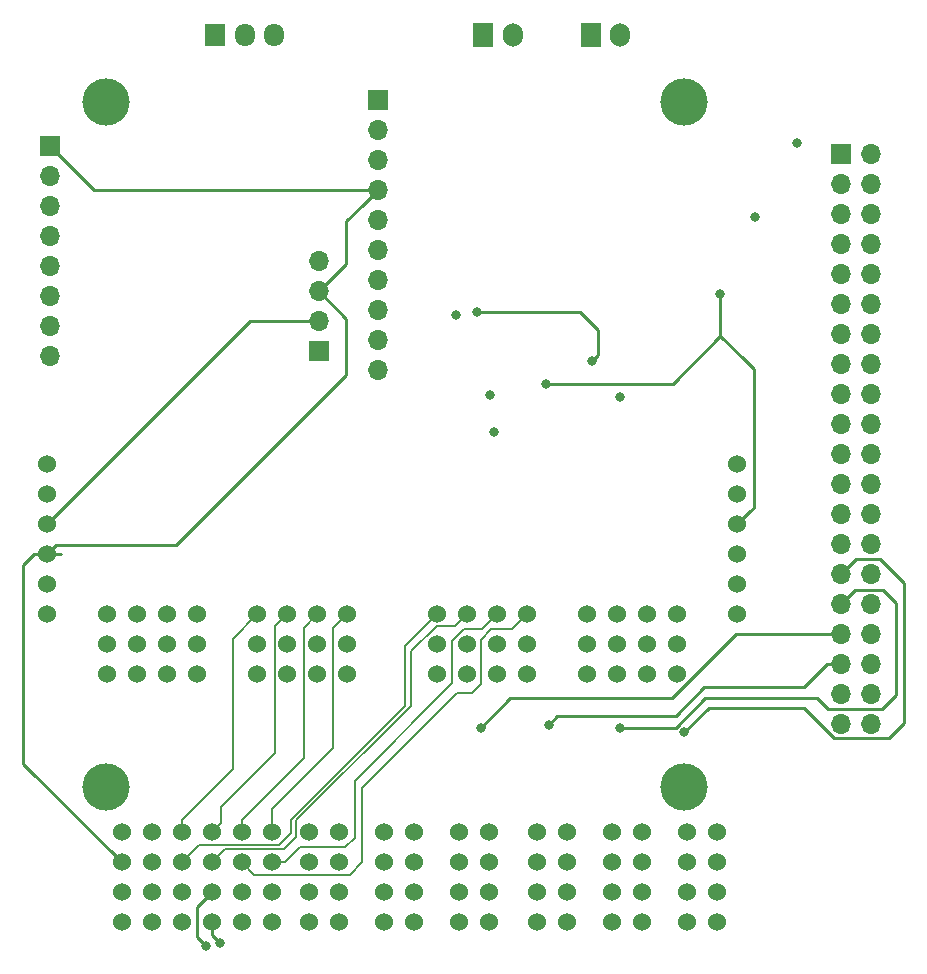
<source format=gbr>
G04 #@! TF.GenerationSoftware,KiCad,Pcbnew,(5.0.0)*
G04 #@! TF.CreationDate,2019-02-22T13:26:14-05:00*
G04 #@! TF.ProjectId,_saved_sensor_suite,5F73617665645F73656E736F725F7375,rev?*
G04 #@! TF.SameCoordinates,Original*
G04 #@! TF.FileFunction,Copper,L4,Bot,Signal*
G04 #@! TF.FilePolarity,Positive*
%FSLAX46Y46*%
G04 Gerber Fmt 4.6, Leading zero omitted, Abs format (unit mm)*
G04 Created by KiCad (PCBNEW (5.0.0)) date 02/22/19 13:26:14*
%MOMM*%
%LPD*%
G01*
G04 APERTURE LIST*
G04 #@! TA.AperFunction,ComponentPad*
%ADD10R,1.700000X1.950000*%
G04 #@! TD*
G04 #@! TA.AperFunction,ComponentPad*
%ADD11O,1.700000X1.950000*%
G04 #@! TD*
G04 #@! TA.AperFunction,ComponentPad*
%ADD12C,4.000000*%
G04 #@! TD*
G04 #@! TA.AperFunction,ComponentPad*
%ADD13R,1.700000X1.700000*%
G04 #@! TD*
G04 #@! TA.AperFunction,ComponentPad*
%ADD14O,1.700000X1.700000*%
G04 #@! TD*
G04 #@! TA.AperFunction,ComponentPad*
%ADD15C,1.524000*%
G04 #@! TD*
G04 #@! TA.AperFunction,ComponentPad*
%ADD16O,1.700000X2.000000*%
G04 #@! TD*
G04 #@! TA.AperFunction,ComponentPad*
%ADD17R,1.700000X2.000000*%
G04 #@! TD*
G04 #@! TA.AperFunction,ViaPad*
%ADD18C,0.800000*%
G04 #@! TD*
G04 #@! TA.AperFunction,Conductor*
%ADD19C,0.228600*%
G04 #@! TD*
G04 #@! TA.AperFunction,Conductor*
%ADD20C,0.152400*%
G04 #@! TD*
G04 #@! TA.AperFunction,Conductor*
%ADD21C,0.250000*%
G04 #@! TD*
G04 APERTURE END LIST*
D10*
G04 #@! TO.P,J7,1*
G04 #@! TO.N,+5VP*
X143500000Y-73600000D03*
D11*
G04 #@! TO.P,J7,2*
G04 #@! TO.N,GNDPWR*
X146000000Y-73600000D03*
G04 #@! TO.P,J7,3*
G04 #@! TO.N,Net-(J7-Pad3)*
X148500000Y-73600000D03*
G04 #@! TD*
D12*
G04 #@! TO.P,U2,4*
G04 #@! TO.N,N/C*
X134250000Y-137250000D03*
G04 #@! TO.P,U2,3*
X183250000Y-137250000D03*
G04 #@! TO.P,U2,2*
X183250000Y-79250000D03*
G04 #@! TO.P,U2,1*
X134250000Y-79250000D03*
G04 #@! TD*
D13*
G04 #@! TO.P,J8,1*
G04 #@! TO.N,+5VP*
X157300000Y-79100000D03*
D14*
G04 #@! TO.P,J8,2*
G04 #@! TO.N,GNDPWR*
X157300000Y-81640000D03*
G04 #@! TO.P,J8,3*
G04 #@! TO.N,SCL_iso*
X157300000Y-84180000D03*
G04 #@! TO.P,J8,4*
G04 #@! TO.N,SDA_iso*
X157300000Y-86720000D03*
G04 #@! TO.P,J8,5*
G04 #@! TO.N,GNDPWR*
X157300000Y-89260000D03*
G04 #@! TO.P,J8,6*
G04 #@! TO.N,Net-(J8-Pad6)*
X157300000Y-91800000D03*
G04 #@! TO.P,J8,7*
G04 #@! TO.N,Net-(J7-Pad3)*
X157300000Y-94340000D03*
G04 #@! TO.P,J8,8*
G04 #@! TO.N,Net-(J8-Pad8)*
X157300000Y-96880000D03*
G04 #@! TO.P,J8,9*
G04 #@! TO.N,Net-(J8-Pad9)*
X157300000Y-99420000D03*
G04 #@! TO.P,J8,10*
G04 #@! TO.N,Net-(J8-Pad10)*
X157300000Y-101960000D03*
G04 #@! TD*
D13*
G04 #@! TO.P,J6,1*
G04 #@! TO.N,Net-(J6-Pad1)*
X196500000Y-83700000D03*
D14*
G04 #@! TO.P,J6,2*
G04 #@! TO.N,+5VP*
X199040000Y-83700000D03*
G04 #@! TO.P,J6,3*
G04 #@! TO.N,SDA_iso*
X196500000Y-86240000D03*
G04 #@! TO.P,J6,4*
G04 #@! TO.N,Net-(J6-Pad4)*
X199040000Y-86240000D03*
G04 #@! TO.P,J6,5*
G04 #@! TO.N,SCL_iso*
X196500000Y-88780000D03*
G04 #@! TO.P,J6,6*
G04 #@! TO.N,GNDPWR*
X199040000Y-88780000D03*
G04 #@! TO.P,J6,7*
G04 #@! TO.N,Net-(J6-Pad7)*
X196500000Y-91320000D03*
G04 #@! TO.P,J6,8*
G04 #@! TO.N,Net-(J6-Pad8)*
X199040000Y-91320000D03*
G04 #@! TO.P,J6,9*
G04 #@! TO.N,Net-(J6-Pad9)*
X196500000Y-93860000D03*
G04 #@! TO.P,J6,10*
G04 #@! TO.N,Net-(J6-Pad10)*
X199040000Y-93860000D03*
G04 #@! TO.P,J6,11*
G04 #@! TO.N,/DigitalOutput1*
X196500000Y-96400000D03*
G04 #@! TO.P,J6,12*
G04 #@! TO.N,Net-(J6-Pad12)*
X199040000Y-96400000D03*
G04 #@! TO.P,J6,13*
G04 #@! TO.N,/DigitalOutput2*
X196500000Y-98940000D03*
G04 #@! TO.P,J6,14*
G04 #@! TO.N,Net-(J6-Pad14)*
X199040000Y-98940000D03*
G04 #@! TO.P,J6,15*
G04 #@! TO.N,Net-(J6-Pad15)*
X196500000Y-101480000D03*
G04 #@! TO.P,J6,16*
G04 #@! TO.N,Net-(J6-Pad16)*
X199040000Y-101480000D03*
G04 #@! TO.P,J6,17*
G04 #@! TO.N,Net-(J6-Pad17)*
X196500000Y-104020000D03*
G04 #@! TO.P,J6,18*
G04 #@! TO.N,Net-(J6-Pad18)*
X199040000Y-104020000D03*
G04 #@! TO.P,J6,19*
G04 #@! TO.N,Net-(J6-Pad19)*
X196500000Y-106560000D03*
G04 #@! TO.P,J6,20*
G04 #@! TO.N,Net-(J6-Pad20)*
X199040000Y-106560000D03*
G04 #@! TO.P,J6,21*
G04 #@! TO.N,Net-(J6-Pad21)*
X196500000Y-109100000D03*
G04 #@! TO.P,J6,22*
G04 #@! TO.N,Net-(J6-Pad22)*
X199040000Y-109100000D03*
G04 #@! TO.P,J6,23*
G04 #@! TO.N,Net-(J6-Pad23)*
X196500000Y-111640000D03*
G04 #@! TO.P,J6,24*
G04 #@! TO.N,Net-(J6-Pad24)*
X199040000Y-111640000D03*
G04 #@! TO.P,J6,25*
G04 #@! TO.N,Net-(J6-Pad25)*
X196500000Y-114180000D03*
G04 #@! TO.P,J6,26*
G04 #@! TO.N,Net-(J6-Pad26)*
X199040000Y-114180000D03*
G04 #@! TO.P,J6,27*
G04 #@! TO.N,Net-(J6-Pad27)*
X196500000Y-116720000D03*
G04 #@! TO.P,J6,28*
G04 #@! TO.N,Net-(J6-Pad28)*
X199040000Y-116720000D03*
G04 #@! TO.P,J6,29*
G04 #@! TO.N,DigitalOutput3*
X196500000Y-119260000D03*
G04 #@! TO.P,J6,30*
G04 #@! TO.N,Net-(J6-Pad30)*
X199040000Y-119260000D03*
G04 #@! TO.P,J6,31*
G04 #@! TO.N,DigitalOutput4*
X196500000Y-121800000D03*
G04 #@! TO.P,J6,32*
G04 #@! TO.N,Net-(J6-Pad32)*
X199040000Y-121800000D03*
G04 #@! TO.P,J6,33*
G04 #@! TO.N,DigitalOutput6*
X196500000Y-124340000D03*
G04 #@! TO.P,J6,34*
G04 #@! TO.N,Net-(J6-Pad34)*
X199040000Y-124340000D03*
G04 #@! TO.P,J6,35*
G04 #@! TO.N,DigitalOutput5*
X196500000Y-126880000D03*
G04 #@! TO.P,J6,36*
G04 #@! TO.N,Net-(J6-Pad36)*
X199040000Y-126880000D03*
G04 #@! TO.P,J6,37*
G04 #@! TO.N,Net-(J6-Pad37)*
X196500000Y-129420000D03*
G04 #@! TO.P,J6,38*
G04 #@! TO.N,Net-(J6-Pad38)*
X199040000Y-129420000D03*
G04 #@! TO.P,J6,39*
G04 #@! TO.N,Net-(J6-Pad39)*
X196500000Y-131960000D03*
G04 #@! TO.P,J6,40*
G04 #@! TO.N,Net-(J6-Pad40)*
X199040000Y-131960000D03*
G04 #@! TD*
D15*
G04 #@! TO.P,J2,19*
G04 #@! TO.N,SDA_iso*
X129320000Y-117540000D03*
G04 #@! TO.P,J2,18*
G04 #@! TO.N,SCL_iso*
X129320000Y-115000000D03*
G04 #@! TO.P,J2,20*
G04 #@! TO.N,+5VP*
X129320000Y-120080000D03*
G04 #@! TO.P,J2,*
G04 #@! TO.N,*
X129320000Y-112460000D03*
G04 #@! TO.P,J2,17*
G04 #@! TO.N,GNDPWR*
X129320000Y-109920000D03*
G04 #@! TO.P,J2,*
G04 #@! TO.N,*
X129320000Y-122620000D03*
G04 #@! TO.P,J2,19*
G04 #@! TO.N,SDA_iso*
X187740000Y-117540000D03*
G04 #@! TO.P,J2,20*
G04 #@! TO.N,+5VP*
X187740000Y-120080000D03*
G04 #@! TO.P,J2,18*
G04 #@! TO.N,SCL_iso*
X187740000Y-115000000D03*
G04 #@! TO.P,J2,*
G04 #@! TO.N,*
X187740000Y-112460000D03*
G04 #@! TO.P,J2,17*
G04 #@! TO.N,GNDPWR*
X187740000Y-109920000D03*
G04 #@! TO.P,J2,*
G04 #@! TO.N,*
X187740000Y-122620000D03*
G04 #@! TO.P,J2,17*
G04 #@! TO.N,GNDPWR*
X134400000Y-127700000D03*
G04 #@! TO.P,J2,*
G04 #@! TO.N,*
X134400000Y-125160000D03*
G04 #@! TO.P,J2,1*
G04 #@! TO.N,PWM_0*
X134400000Y-122620000D03*
G04 #@! TO.P,J2,2*
G04 #@! TO.N,PWM_1*
X136940000Y-122620000D03*
G04 #@! TO.P,J2,17*
G04 #@! TO.N,GNDPWR*
X136940000Y-127700000D03*
G04 #@! TO.P,J2,*
G04 #@! TO.N,*
X136940000Y-125160000D03*
G04 #@! TO.P,J2,3*
G04 #@! TO.N,PWM_2*
X139480000Y-122620000D03*
G04 #@! TO.P,J2,17*
G04 #@! TO.N,GNDPWR*
X139480000Y-127700000D03*
G04 #@! TO.P,J2,*
G04 #@! TO.N,*
X139480000Y-125160000D03*
G04 #@! TO.P,J2,4*
G04 #@! TO.N,PWM_3*
X142020000Y-122620000D03*
G04 #@! TO.P,J2,17*
G04 #@! TO.N,GNDPWR*
X142020000Y-127700000D03*
G04 #@! TO.P,J2,*
G04 #@! TO.N,*
X142020000Y-125160000D03*
G04 #@! TO.P,J2,5*
G04 #@! TO.N,PWM_4*
X147100000Y-122620000D03*
G04 #@! TO.P,J2,17*
G04 #@! TO.N,GNDPWR*
X147100000Y-127700000D03*
G04 #@! TO.P,J2,*
G04 #@! TO.N,*
X147100000Y-125160000D03*
G04 #@! TO.P,J2,6*
G04 #@! TO.N,PWM_5*
X149640000Y-122620000D03*
G04 #@! TO.P,J2,17*
G04 #@! TO.N,GNDPWR*
X149640000Y-127700000D03*
G04 #@! TO.P,J2,*
G04 #@! TO.N,*
X149640000Y-125160000D03*
G04 #@! TO.P,J2,7*
G04 #@! TO.N,PWM_6*
X152180000Y-122620000D03*
G04 #@! TO.P,J2,17*
G04 #@! TO.N,GNDPWR*
X152180000Y-127700000D03*
G04 #@! TO.P,J2,*
G04 #@! TO.N,*
X152180000Y-125160000D03*
G04 #@! TO.P,J2,8*
G04 #@! TO.N,PWM_7*
X154720000Y-122620000D03*
G04 #@! TO.P,J2,17*
G04 #@! TO.N,GNDPWR*
X154720000Y-127700000D03*
G04 #@! TO.P,J2,*
G04 #@! TO.N,*
X154720000Y-125160000D03*
G04 #@! TO.P,J2,9*
G04 #@! TO.N,PWM_8*
X162340000Y-122620000D03*
G04 #@! TO.P,J2,17*
G04 #@! TO.N,GNDPWR*
X162340000Y-127700000D03*
G04 #@! TO.P,J2,*
G04 #@! TO.N,*
X162340000Y-125160000D03*
G04 #@! TO.P,J2,10*
G04 #@! TO.N,PWM_9*
X164880000Y-122620000D03*
G04 #@! TO.P,J2,*
G04 #@! TO.N,*
X164880000Y-125160000D03*
G04 #@! TO.P,J2,17*
G04 #@! TO.N,GNDPWR*
X164880000Y-127700000D03*
G04 #@! TO.P,J2,11*
G04 #@! TO.N,PWM_10*
X167420000Y-122620000D03*
G04 #@! TO.P,J2,*
G04 #@! TO.N,*
X167420000Y-125160000D03*
G04 #@! TO.P,J2,17*
G04 #@! TO.N,GNDPWR*
X167420000Y-127700000D03*
G04 #@! TO.P,J2,12*
G04 #@! TO.N,PWM_11*
X169960000Y-122620000D03*
G04 #@! TO.P,J2,*
G04 #@! TO.N,*
X169960000Y-125160000D03*
G04 #@! TO.P,J2,17*
G04 #@! TO.N,GNDPWR*
X169960000Y-127700000D03*
G04 #@! TO.P,J2,16*
G04 #@! TO.N,PWM_15_*
X182660000Y-122620000D03*
G04 #@! TO.P,J2,17*
G04 #@! TO.N,GNDPWR*
X182660000Y-127700000D03*
G04 #@! TO.P,J2,*
G04 #@! TO.N,*
X182660000Y-125160000D03*
G04 #@! TO.P,J2,15*
G04 #@! TO.N,PWM_14_*
X180120000Y-122620000D03*
G04 #@! TO.P,J2,*
G04 #@! TO.N,*
X180120000Y-125160000D03*
G04 #@! TO.P,J2,17*
G04 #@! TO.N,GNDPWR*
X180120000Y-127700000D03*
X177580000Y-127700000D03*
G04 #@! TO.P,J2,*
G04 #@! TO.N,*
X177580000Y-125160000D03*
G04 #@! TO.P,J2,14*
G04 #@! TO.N,PWM_13_*
X177580000Y-122620000D03*
G04 #@! TO.P,J2,13*
G04 #@! TO.N,PWM_12_*
X175040000Y-122620000D03*
G04 #@! TO.P,J2,*
G04 #@! TO.N,*
X175040000Y-125160000D03*
G04 #@! TO.P,J2,17*
G04 #@! TO.N,GNDPWR*
X175040000Y-127700000D03*
G04 #@! TD*
D14*
G04 #@! TO.P,J5,8*
G04 #@! TO.N,+3V3*
X129500000Y-100780000D03*
G04 #@! TO.P,J5,7*
X129500000Y-98240000D03*
G04 #@! TO.P,J5,6*
G04 #@! TO.N,GNDPWR*
X129500000Y-95700000D03*
G04 #@! TO.P,J5,5*
G04 #@! TO.N,Net-(J5-Pad5)*
X129500000Y-93160000D03*
G04 #@! TO.P,J5,4*
G04 #@! TO.N,Net-(J5-Pad4)*
X129500000Y-90620000D03*
G04 #@! TO.P,J5,3*
G04 #@! TO.N,Net-(J5-Pad3)*
X129500000Y-88080000D03*
G04 #@! TO.P,J5,2*
G04 #@! TO.N,SCL_iso*
X129500000Y-85540000D03*
D13*
G04 #@! TO.P,J5,1*
G04 #@! TO.N,SDA_iso*
X129500000Y-83000000D03*
G04 #@! TD*
D16*
G04 #@! TO.P,J4,2*
G04 #@! TO.N,/temp2n*
X168700000Y-73600000D03*
D17*
G04 #@! TO.P,J4,1*
G04 #@! TO.N,/temp2p*
X166200000Y-73600000D03*
G04 #@! TD*
D16*
G04 #@! TO.P,J3,2*
G04 #@! TO.N,/temp1n*
X177800000Y-73600000D03*
D17*
G04 #@! TO.P,J3,1*
G04 #@! TO.N,/temp1p*
X175300000Y-73600000D03*
G04 #@! TD*
D14*
G04 #@! TO.P,J1,4*
G04 #@! TO.N,GNDPWR*
X152300000Y-92780000D03*
G04 #@! TO.P,J1,3*
G04 #@! TO.N,SDA_iso*
X152300000Y-95320000D03*
G04 #@! TO.P,J1,2*
G04 #@! TO.N,SCL_iso*
X152300000Y-97860000D03*
D13*
G04 #@! TO.P,J1,1*
G04 #@! TO.N,+3V3*
X152300000Y-100400000D03*
G04 #@! TD*
D15*
G04 #@! TO.P,CN1,6*
G04 #@! TO.N,GNDPWR*
X185970000Y-146200000D03*
X185970000Y-141120000D03*
X183430000Y-146200000D03*
X185970000Y-148740000D03*
X183430000Y-141120000D03*
X183430000Y-143660000D03*
X183430000Y-148740000D03*
X185970000Y-143660000D03*
G04 #@! TO.P,CN1,5*
X179640000Y-148740000D03*
X179640000Y-143660000D03*
X177080000Y-143660000D03*
X177080000Y-146200000D03*
X177080000Y-148740000D03*
X179640000Y-146200000D03*
X177080000Y-141120000D03*
X179640000Y-141120000D03*
G04 #@! TO.P,CN1,4*
X170750000Y-148740000D03*
X173290000Y-143660000D03*
X170750000Y-143660000D03*
X173290000Y-141120000D03*
X173290000Y-146200000D03*
X170750000Y-146200000D03*
X170750000Y-141120000D03*
X173290000Y-148740000D03*
G04 #@! TO.P,CN1,3*
G04 #@! TO.N,Net-(CN1-Pad3)*
X164200000Y-146200000D03*
X164200000Y-141120000D03*
X164200000Y-143660000D03*
X164200000Y-148740000D03*
X166740000Y-146200000D03*
X166740000Y-148740000D03*
X166740000Y-141120000D03*
X166740000Y-143660000D03*
G04 #@! TO.P,CN1,2*
G04 #@! TO.N,Net-(CN1-Pad2)*
X160390000Y-146200000D03*
X160390000Y-141120000D03*
X160390000Y-143660000D03*
X160390000Y-148740000D03*
X157850000Y-141120000D03*
X157850000Y-146200000D03*
X157850000Y-143660000D03*
X157850000Y-148740000D03*
G04 #@! TO.P,CN1,C6*
G04 #@! TO.N,PWM_10*
X148330000Y-143660000D03*
G04 #@! TO.P,CN1,A6*
G04 #@! TO.N,PWM_12*
X148330000Y-148740000D03*
G04 #@! TO.P,CN1,B6*
G04 #@! TO.N,PWM_14*
X148330000Y-146200000D03*
G04 #@! TO.P,CN1,D6*
G04 #@! TO.N,PWM_7*
X148330000Y-141120000D03*
G04 #@! TO.P,CN1,C5*
G04 #@! TO.N,PWM_11*
X145790000Y-143660000D03*
G04 #@! TO.P,CN1,A5*
G04 #@! TO.N,PWM_13*
X145790000Y-148740000D03*
G04 #@! TO.P,CN1,B5*
G04 #@! TO.N,PWM_15*
X145790000Y-146200000D03*
G04 #@! TO.P,CN1,D5*
G04 #@! TO.N,PWM_6*
X145790000Y-141120000D03*
G04 #@! TO.P,CN1,C4*
G04 #@! TO.N,PWM_9*
X143250000Y-143660000D03*
G04 #@! TO.P,CN1,A4*
G04 #@! TO.N,/DigitalOutput1*
X143250000Y-148740000D03*
G04 #@! TO.P,CN1,B4*
G04 #@! TO.N,/DigitalOutput2*
X143250000Y-146200000D03*
G04 #@! TO.P,CN1,D4*
G04 #@! TO.N,PWM_5*
X143250000Y-141120000D03*
G04 #@! TO.P,CN1,1*
G04 #@! TO.N,Net-(CN1-Pad1)*
X151500000Y-148740000D03*
X151500000Y-146200000D03*
X151500000Y-143660000D03*
X154040000Y-148740000D03*
X154040000Y-146200000D03*
X154040000Y-143660000D03*
X154040000Y-141120000D03*
X151500000Y-141120000D03*
G04 #@! TO.P,CN1,A1*
G04 #@! TO.N,PWM_0*
X135630000Y-148740000D03*
G04 #@! TO.P,CN1,A3*
G04 #@! TO.N,PWM_3*
X140710000Y-148740000D03*
G04 #@! TO.P,CN1,A2*
G04 #@! TO.N,+5VP*
X138170000Y-148740000D03*
G04 #@! TO.P,CN1,B1*
G04 #@! TO.N,PWM_1*
X135630000Y-146200000D03*
G04 #@! TO.P,CN1,B2*
G04 #@! TO.N,+5VP*
X138170000Y-146200000D03*
G04 #@! TO.P,CN1,B3*
G04 #@! TO.N,PWM_2*
X140710000Y-146200000D03*
G04 #@! TO.P,CN1,C1*
G04 #@! TO.N,SDA_iso*
X135630000Y-143660000D03*
G04 #@! TO.P,CN1,C2*
G04 #@! TO.N,+5VP*
X138170000Y-143660000D03*
G04 #@! TO.P,CN1,C3*
G04 #@! TO.N,PWM_8*
X140710000Y-143660000D03*
G04 #@! TO.P,CN1,D3*
G04 #@! TO.N,PWM_4*
X140710000Y-141120000D03*
G04 #@! TO.P,CN1,D2*
G04 #@! TO.N,+5VP*
X138170000Y-141120000D03*
G04 #@! TO.P,CN1,D1*
G04 #@! TO.N,SCL_iso*
X135630000Y-141120000D03*
G04 #@! TD*
D18*
G04 #@! TO.N,GNDPWR*
X166800000Y-104100000D03*
X163900000Y-97300000D03*
G04 #@! TO.N,+5VP*
X192750000Y-82750000D03*
X189250000Y-89000000D03*
X167100000Y-107200000D03*
X177750000Y-104250000D03*
G04 #@! TO.N,SCL_iso*
X171492828Y-103157492D03*
X186300000Y-95500000D03*
G04 #@! TO.N,Net-(C3-Pad1)*
X175400000Y-101200000D03*
X165700000Y-97100000D03*
G04 #@! TO.N,/DigitalOutput1*
X143932370Y-150500000D03*
G04 #@! TO.N,/DigitalOutput2*
X142750000Y-150750000D03*
G04 #@! TO.N,DigitalOutput3*
X183250000Y-132650000D03*
G04 #@! TO.N,DigitalOutput4*
X177750000Y-132250000D03*
G04 #@! TO.N,DigitalOutput5*
X171750000Y-132000000D03*
G04 #@! TO.N,DigitalOutput6*
X166000000Y-132250000D03*
G04 #@! TD*
D19*
G04 #@! TO.N,GNDPWR*
X163900000Y-97300000D02*
X163900000Y-97300000D01*
D20*
G04 #@! TO.N,PWM_4*
X140710000Y-140042370D02*
X145000000Y-135752370D01*
X140710000Y-141120000D02*
X140710000Y-140042370D01*
X145000000Y-124720000D02*
X147070000Y-122650000D01*
X145000000Y-135752370D02*
X145000000Y-124720000D01*
G04 #@! TO.N,PWM_5*
X144011999Y-140358001D02*
X144011999Y-138988001D01*
X143250000Y-141120000D02*
X144011999Y-140358001D01*
X148848001Y-123411999D02*
X149610000Y-122650000D01*
X148571799Y-123688201D02*
X148848001Y-123411999D01*
X148571799Y-134428201D02*
X148571799Y-123688201D01*
X144011999Y-138988001D02*
X148571799Y-134428201D01*
G04 #@! TO.N,PWM_6*
X145790000Y-140042370D02*
X151000000Y-134832370D01*
X145790000Y-141120000D02*
X145790000Y-140042370D01*
X151000000Y-123800000D02*
X152150000Y-122650000D01*
X151000000Y-134832370D02*
X151000000Y-123800000D01*
G04 #@! TO.N,PWM_7*
X148330000Y-141120000D02*
X148330000Y-139170000D01*
X148330000Y-139170000D02*
X153500000Y-134000000D01*
X153500000Y-123840000D02*
X154690000Y-122650000D01*
X153500000Y-134000000D02*
X153500000Y-123840000D01*
G04 #@! TO.N,PWM_8*
X159600000Y-125360000D02*
X161548001Y-123411999D01*
X142170000Y-142200000D02*
X148900000Y-142200000D01*
X140710000Y-143660000D02*
X142170000Y-142200000D01*
X148900000Y-142200000D02*
X149950000Y-141150000D01*
X149950000Y-141150000D02*
X149950000Y-140050000D01*
X161548001Y-123411999D02*
X162310000Y-122650000D01*
X149950000Y-140050000D02*
X159600000Y-130400000D01*
X159600000Y-130400000D02*
X159600000Y-125360000D01*
G04 #@! TO.N,PWM_9*
X164088001Y-123411999D02*
X164850000Y-122650000D01*
X163859399Y-123640601D02*
X164088001Y-123411999D01*
X162259399Y-123640601D02*
X163859399Y-123640601D01*
X160100000Y-125800000D02*
X162259399Y-123640601D01*
X144360000Y-142550000D02*
X149350000Y-142550000D01*
X143250000Y-143660000D02*
X144360000Y-142550000D01*
X149350000Y-142550000D02*
X150400000Y-141500000D01*
X150400000Y-141500000D02*
X150400000Y-140100000D01*
X150400000Y-140100000D02*
X160100000Y-130400000D01*
X160100000Y-130400000D02*
X160100000Y-125800000D01*
G04 #@! TO.N,PWM_10*
X166140000Y-123900000D02*
X167390000Y-122650000D01*
X163600000Y-124903462D02*
X164603462Y-123900000D01*
X163600000Y-128500000D02*
X163600000Y-124903462D01*
X148330000Y-143660000D02*
X149407630Y-143660000D01*
X164603462Y-123900000D02*
X166140000Y-123900000D01*
X150667630Y-142400000D02*
X154550000Y-142400000D01*
X154550000Y-142400000D02*
X155350000Y-141600000D01*
X155350000Y-141600000D02*
X155350000Y-136750000D01*
X149407630Y-143660000D02*
X150667630Y-142400000D01*
X155350000Y-136750000D02*
X163600000Y-128500000D01*
G04 #@! TO.N,PWM_11*
X168680000Y-123900000D02*
X169930000Y-122650000D01*
X166900000Y-123900000D02*
X168680000Y-123900000D01*
X166000000Y-124800000D02*
X166900000Y-123900000D01*
X166000000Y-128600000D02*
X166000000Y-124800000D01*
X145790000Y-143660000D02*
X146828201Y-144698201D01*
X154901799Y-144698201D02*
X155950000Y-143650000D01*
X146828201Y-144698201D02*
X154901799Y-144698201D01*
X155950000Y-143650000D02*
X155950000Y-137350000D01*
X165300000Y-129300000D02*
X166000000Y-128600000D01*
X155950000Y-137350000D02*
X164000000Y-129300000D01*
X164000000Y-129300000D02*
X165300000Y-129300000D01*
D21*
G04 #@! TO.N,+3V3*
X129800000Y-100480000D02*
X129500000Y-100780000D01*
G04 #@! TO.N,SCL_iso*
X187710000Y-115030000D02*
X188797001Y-113942999D01*
X186300000Y-99100000D02*
X182242508Y-103157492D01*
X182242508Y-103157492D02*
X172058513Y-103157492D01*
X172058513Y-103157492D02*
X171492828Y-103157492D01*
D19*
X188677001Y-101477001D02*
X188250000Y-101050000D01*
X188250000Y-101050000D02*
X186300000Y-99100000D01*
X186300000Y-99100000D02*
X186300000Y-95500000D01*
X186300000Y-95500000D02*
X186300000Y-95450000D01*
X146460000Y-97860000D02*
X152300000Y-97860000D01*
X129320000Y-115000000D02*
X146460000Y-97860000D01*
X189100000Y-101900000D02*
X188250000Y-101050000D01*
X188797001Y-113942999D02*
X189100000Y-113640000D01*
X189100000Y-113640000D02*
X189100000Y-101900000D01*
D21*
G04 #@! TO.N,SDA_iso*
X130450000Y-117570000D02*
X129290000Y-117570000D01*
D19*
X128212370Y-117570000D02*
X127282370Y-118500000D01*
X129290000Y-117570000D02*
X128212370Y-117570000D01*
X127282370Y-135312370D02*
X135630000Y-143660000D01*
X127282370Y-118500000D02*
X127282370Y-135312370D01*
X156135699Y-87884301D02*
X156115699Y-87884301D01*
X157300000Y-86720000D02*
X156135699Y-87884301D01*
X156115699Y-87884301D02*
X154600000Y-89400000D01*
X154600000Y-93020000D02*
X152300000Y-95320000D01*
X154600000Y-89400000D02*
X154600000Y-93020000D01*
X130081999Y-116778001D02*
X140221999Y-116778001D01*
X129320000Y-117540000D02*
X130081999Y-116778001D01*
X140221999Y-116778001D02*
X154600000Y-102400000D01*
X154600000Y-97620000D02*
X152300000Y-95320000D01*
X154600000Y-102400000D02*
X154600000Y-97620000D01*
X133220000Y-86720000D02*
X129500000Y-83000000D01*
X157300000Y-86720000D02*
X133220000Y-86720000D01*
D21*
G04 #@! TO.N,Net-(C3-Pad1)*
X175400000Y-101200000D02*
X175900000Y-100700000D01*
X175900000Y-100700000D02*
X175900000Y-98600000D01*
X175900000Y-98600000D02*
X174400000Y-97100000D01*
X174400000Y-97100000D02*
X165700000Y-97100000D01*
X165700000Y-97100000D02*
X165700000Y-97100000D01*
D19*
G04 #@! TO.N,/DigitalOutput1*
X143250000Y-149817630D02*
X143932370Y-150500000D01*
X143250000Y-148740000D02*
X143250000Y-149817630D01*
X143932370Y-150500000D02*
X143932370Y-150500000D01*
G04 #@! TO.N,/DigitalOutput2*
X142000000Y-150000000D02*
X142750000Y-150750000D01*
X142000000Y-147450000D02*
X142000000Y-150000000D01*
X142250000Y-150250000D02*
X142750000Y-150750000D01*
X143250000Y-146200000D02*
X142000000Y-147450000D01*
X142750000Y-150750000D02*
X142250000Y-150250000D01*
G04 #@! TO.N,DigitalOutput3*
X193401135Y-130584301D02*
X185315699Y-130584301D01*
X195941135Y-133124301D02*
X193401135Y-130584301D01*
X197760000Y-118000000D02*
X199800000Y-118000000D01*
X196500000Y-119260000D02*
X197760000Y-118000000D01*
X199800000Y-118000000D02*
X201800000Y-120000000D01*
X201800000Y-120000000D02*
X201800000Y-131900000D01*
X185315699Y-130584301D02*
X183250000Y-132650000D01*
X201800000Y-131900000D02*
X200575699Y-133124301D01*
X200575699Y-133124301D02*
X195941135Y-133124301D01*
G04 #@! TO.N,DigitalOutput4*
X182500000Y-132250000D02*
X177750000Y-132250000D01*
X185000000Y-129750000D02*
X182500000Y-132250000D01*
X194450000Y-129750000D02*
X185000000Y-129750000D01*
X195400000Y-130700000D02*
X194450000Y-129750000D01*
X197700000Y-120600000D02*
X200100000Y-120600000D01*
X200100000Y-120600000D02*
X201200000Y-121700000D01*
X196500000Y-121800000D02*
X197700000Y-120600000D01*
X201200000Y-121700000D02*
X201200000Y-129500000D01*
X201200000Y-129500000D02*
X200000000Y-130700000D01*
X200000000Y-130700000D02*
X195400000Y-130700000D01*
G04 #@! TO.N,DigitalOutput5*
X172500000Y-131250000D02*
X171750000Y-132000000D01*
X182500000Y-131250000D02*
X172500000Y-131250000D01*
X184943699Y-128806301D02*
X182500000Y-131250000D01*
X193371618Y-128806301D02*
X184943699Y-128806301D01*
X196500000Y-126880000D02*
X195297919Y-126880000D01*
X195297919Y-126880000D02*
X193371618Y-128806301D01*
G04 #@! TO.N,DigitalOutput6*
X166000000Y-132250000D02*
X168500000Y-129750000D01*
X195297919Y-124340000D02*
X196500000Y-124340000D01*
X187612926Y-124340000D02*
X195297919Y-124340000D01*
X182202926Y-129750000D02*
X187612926Y-124340000D01*
X168500000Y-129750000D02*
X182202926Y-129750000D01*
G04 #@! TD*
M02*

</source>
